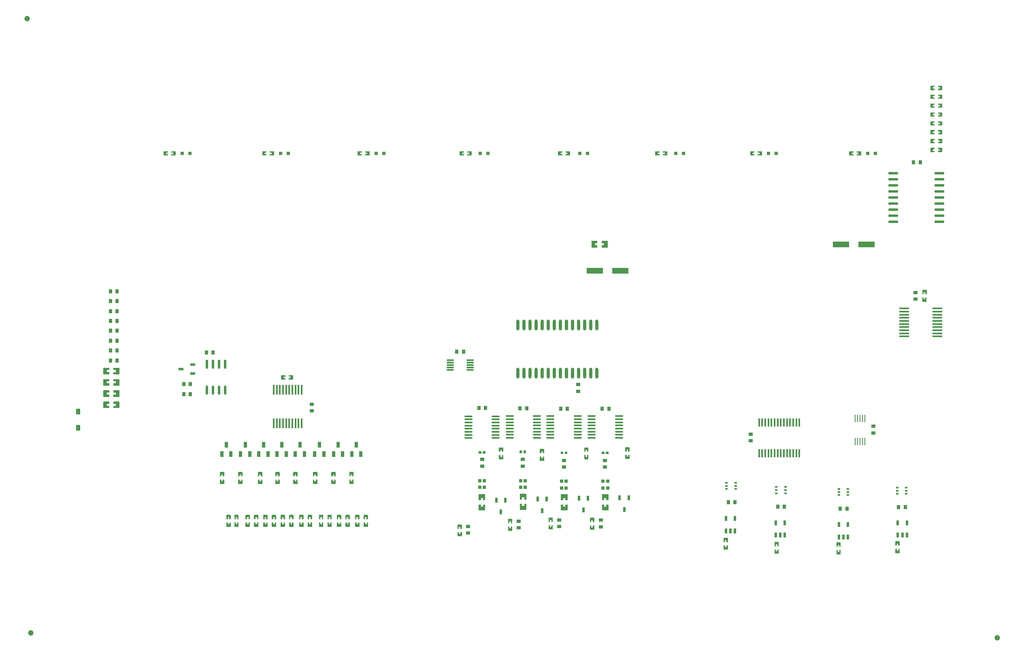
<source format=gtp>
G04 Layer: TopPasteMaskLayer*
G04 EasyEDA Pro v2.2.40.8, 2025-09-09 13:59:53*
G04 Gerber Generator version 0.3*
G04 Scale: 100 percent, Rotated: No, Reflected: No*
G04 Dimensions in millimeters*
G04 Leading zeros omitted, absolute positions, 4 integers and 5 decimals*
G04 Generated by one-click*
%FSLAX45Y45*%
%MOMM*%
%ADD10R,0.8X0.9*%
%ADD11R,1.07X0.6*%
%ADD12R,3.49999X1.2*%
%ADD13R,0.8X0.8*%
%ADD14O,2.08201X0.36401*%
%ADD15O,2.1X0.55999*%
%ADD16R,0.9X0.8*%
%ADD17R,0.7X1.25001*%
%ADD18O,0.3616X2.08201*%
%ADD19O,0.36401X2.08201*%
%ADD20O,0.4064X1.8034*%
%ADD21R,0.295X1.5*%
%ADD22O,1.62001X0.28001*%
%ADD23O,1.73149X0.343*%
%ADD24O,0.6X2.3*%
%ADD25R,0.64X0.7*%
%ADD26R,0.6X1.1*%
%ADD27R,0.6X0.41999*%
%ADD28R,0.95001X1.2*%
%ADD29O,0.5684X1.95021*%
%ADD30R,0.6X1.07*%
%ADD31C,1.152*%
G75*


G04 PolygonModel Start*
G36*
G01X2835300Y6503827D02*
G01X2835300Y6631825D01*
G01X2840302Y6636826D01*
G01X2955303Y6636826D01*
G01X2960301Y6631825D01*
G01X2960804Y6590822D01*
G01X2915803Y6590822D01*
G01X2915803Y6545823D01*
G01X2959804Y6545823D01*
G01X2960301Y6503827D01*
G01X2955303Y6498825D01*
G01X2840302Y6498825D01*
G01X2835300Y6503827D01*
G37*
G36*
G01X3176295Y6631827D02*
G01X3176295Y6503829D01*
G01X3171294Y6498828D01*
G01X3056293Y6498828D01*
G01X3051294Y6503829D01*
G01X3050791Y6544832D01*
G01X3095793Y6544832D01*
G01X3095793Y6589831D01*
G01X3051792Y6589831D01*
G01X3051294Y6631827D01*
G01X3056293Y6636829D01*
G01X3171294Y6636829D01*
G01X3176295Y6631827D01*
G37*
G36*
G01X2835300Y6268462D02*
G01X2835300Y6396461D01*
G01X2840302Y6401462D01*
G01X2955303Y6401462D01*
G01X2960301Y6396461D01*
G01X2960804Y6355457D01*
G01X2915803Y6355457D01*
G01X2915803Y6310459D01*
G01X2959804Y6310459D01*
G01X2960301Y6268462D01*
G01X2955303Y6263461D01*
G01X2840302Y6263461D01*
G01X2835300Y6268462D01*
G37*
G36*
G01X3176295Y6396463D02*
G01X3176295Y6268465D01*
G01X3171294Y6263464D01*
G01X3056293Y6263464D01*
G01X3051294Y6268465D01*
G01X3050791Y6309468D01*
G01X3095793Y6309468D01*
G01X3095793Y6354467D01*
G01X3051792Y6354467D01*
G01X3051294Y6396463D01*
G01X3056293Y6401464D01*
G01X3171294Y6401464D01*
G01X3176295Y6396463D01*
G37*
G36*
G01X2835300Y6033098D02*
G01X2835300Y6161096D01*
G01X2840302Y6166098D01*
G01X2955303Y6166098D01*
G01X2960301Y6161096D01*
G01X2960804Y6120093D01*
G01X2915803Y6120093D01*
G01X2915803Y6075095D01*
G01X2959804Y6075095D01*
G01X2960301Y6033098D01*
G01X2955303Y6028097D01*
G01X2840302Y6028097D01*
G01X2835300Y6033098D01*
G37*
G36*
G01X3176295Y6161099D02*
G01X3176295Y6033101D01*
G01X3171294Y6028099D01*
G01X3056293Y6028099D01*
G01X3051294Y6033101D01*
G01X3050791Y6074104D01*
G01X3095793Y6074104D01*
G01X3095793Y6119103D01*
G01X3051792Y6119103D01*
G01X3051294Y6161099D01*
G01X3056293Y6166100D01*
G01X3171294Y6166100D01*
G01X3176295Y6161099D01*
G37*
G36*
G01X2835300Y5797734D02*
G01X2835300Y5925732D01*
G01X2840302Y5930733D01*
G01X2955303Y5930733D01*
G01X2960301Y5925732D01*
G01X2960804Y5884729D01*
G01X2915803Y5884729D01*
G01X2915803Y5839730D01*
G01X2959804Y5839730D01*
G01X2960301Y5797734D01*
G01X2955303Y5792733D01*
G01X2840302Y5792733D01*
G01X2835300Y5797734D01*
G37*
G36*
G01X3176295Y5925735D02*
G01X3176295Y5797736D01*
G01X3171294Y5792735D01*
G01X3056293Y5792735D01*
G01X3051294Y5797736D01*
G01X3050791Y5838740D01*
G01X3095793Y5838740D01*
G01X3095793Y5883738D01*
G01X3051792Y5883738D01*
G01X3051294Y5925735D01*
G01X3056293Y5930736D01*
G01X3171294Y5930736D01*
G01X3176295Y5925735D01*
G37*
G36*
G01X20136998Y11148479D02*
G01X20216998Y11148479D01*
G01X20221999Y11153480D01*
G01X20221999Y11176277D01*
G01X20184999Y11176277D01*
G01X20184999Y11209277D01*
G01X20221999Y11209277D01*
G01X20221999Y11233480D01*
G01X20216998Y11238479D01*
G01X20136998Y11238479D01*
G01X20131999Y11233480D01*
G01X20131999Y11153480D01*
G01X20136998Y11148479D01*
G37*
G36*
G01X20376002Y11238476D02*
G01X20296002Y11238476D01*
G01X20291001Y11233475D01*
G01X20291001Y11210679D01*
G01X20328001Y11210679D01*
G01X20328001Y11177679D01*
G01X20291001Y11177679D01*
G01X20291001Y11153475D01*
G01X20296002Y11148477D01*
G01X20376002Y11148477D01*
G01X20381001Y11153475D01*
G01X20381001Y11233475D01*
G01X20376002Y11238476D01*
G37*
G36*
G01X20136998Y11333852D02*
G01X20216998Y11333852D01*
G01X20221999Y11338853D01*
G01X20221999Y11361650D01*
G01X20184999Y11361650D01*
G01X20184999Y11394649D01*
G01X20221999Y11394649D01*
G01X20221999Y11418853D01*
G01X20216998Y11423852D01*
G01X20136998Y11423852D01*
G01X20131999Y11418853D01*
G01X20131999Y11338853D01*
G01X20136998Y11333852D01*
G37*
G36*
G01X20376002Y11423849D02*
G01X20296002Y11423849D01*
G01X20291001Y11418848D01*
G01X20291001Y11396051D01*
G01X20328001Y11396051D01*
G01X20328001Y11363052D01*
G01X20291001Y11363052D01*
G01X20291001Y11338848D01*
G01X20296002Y11333849D01*
G01X20376002Y11333849D01*
G01X20381001Y11338848D01*
G01X20381001Y11418848D01*
G01X20376002Y11423849D01*
G37*
G36*
G01X20136998Y11519224D02*
G01X20216998Y11519224D01*
G01X20221999Y11524226D01*
G01X20221999Y11547022D01*
G01X20184999Y11547022D01*
G01X20184999Y11580022D01*
G01X20221999Y11580022D01*
G01X20221999Y11604225D01*
G01X20216998Y11609224D01*
G01X20136998Y11609224D01*
G01X20131999Y11604225D01*
G01X20131999Y11524226D01*
G01X20136998Y11519224D01*
G37*
G36*
G01X20376002Y11609222D02*
G01X20296002Y11609222D01*
G01X20291001Y11604220D01*
G01X20291001Y11581424D01*
G01X20328001Y11581424D01*
G01X20328001Y11548424D01*
G01X20291001Y11548424D01*
G01X20291001Y11524221D01*
G01X20296002Y11519222D01*
G01X20376002Y11519222D01*
G01X20381001Y11524221D01*
G01X20381001Y11604220D01*
G01X20376002Y11609222D01*
G37*
G36*
G01X20136998Y11704597D02*
G01X20216998Y11704597D01*
G01X20221999Y11709598D01*
G01X20221999Y11732395D01*
G01X20184999Y11732395D01*
G01X20184999Y11765395D01*
G01X20221999Y11765395D01*
G01X20221999Y11789598D01*
G01X20216998Y11794597D01*
G01X20136998Y11794597D01*
G01X20131999Y11789598D01*
G01X20131999Y11709598D01*
G01X20136998Y11704597D01*
G37*
G36*
G01X20376002Y11794594D02*
G01X20296002Y11794594D01*
G01X20291001Y11789593D01*
G01X20291001Y11766797D01*
G01X20328001Y11766797D01*
G01X20328001Y11733797D01*
G01X20291001Y11733797D01*
G01X20291001Y11709593D01*
G01X20296002Y11704595D01*
G01X20376002Y11704595D01*
G01X20381001Y11709593D01*
G01X20381001Y11789593D01*
G01X20376002Y11794594D01*
G37*
G36*
G01X20136998Y11889970D02*
G01X20216998Y11889970D01*
G01X20221999Y11894971D01*
G01X20221999Y11917767D01*
G01X20184999Y11917767D01*
G01X20184999Y11950767D01*
G01X20221999Y11950767D01*
G01X20221999Y11974971D01*
G01X20216998Y11979969D01*
G01X20136998Y11979969D01*
G01X20131999Y11974971D01*
G01X20131999Y11894971D01*
G01X20136998Y11889970D01*
G37*
G36*
G01X20376002Y11979967D02*
G01X20296002Y11979967D01*
G01X20291001Y11974966D01*
G01X20291001Y11952169D01*
G01X20328001Y11952169D01*
G01X20328001Y11919169D01*
G01X20291001Y11919169D01*
G01X20291001Y11894966D01*
G01X20296002Y11889967D01*
G01X20376002Y11889967D01*
G01X20381001Y11894966D01*
G01X20381001Y11974966D01*
G01X20376002Y11979967D01*
G37*
G36*
G01X20136998Y12075342D02*
G01X20216998Y12075342D01*
G01X20221999Y12080344D01*
G01X20221999Y12103140D01*
G01X20184999Y12103140D01*
G01X20184999Y12136140D01*
G01X20221999Y12136140D01*
G01X20221999Y12160343D01*
G01X20216998Y12165342D01*
G01X20136998Y12165342D01*
G01X20131999Y12160343D01*
G01X20131999Y12080344D01*
G01X20136998Y12075342D01*
G37*
G36*
G01X20376002Y12165340D02*
G01X20296002Y12165340D01*
G01X20291001Y12160338D01*
G01X20291001Y12137542D01*
G01X20328001Y12137542D01*
G01X20328001Y12104542D01*
G01X20291001Y12104542D01*
G01X20291001Y12080339D01*
G01X20296002Y12075340D01*
G01X20376002Y12075340D01*
G01X20381001Y12080339D01*
G01X20381001Y12160338D01*
G01X20376002Y12165340D01*
G37*
G36*
G01X20136998Y12260715D02*
G01X20216998Y12260715D01*
G01X20221999Y12265716D01*
G01X20221999Y12288513D01*
G01X20184999Y12288513D01*
G01X20184999Y12321512D01*
G01X20221999Y12321512D01*
G01X20221999Y12345716D01*
G01X20216998Y12350715D01*
G01X20136998Y12350715D01*
G01X20131999Y12345716D01*
G01X20131999Y12265716D01*
G01X20136998Y12260715D01*
G37*
G36*
G01X20376002Y12350712D02*
G01X20296002Y12350712D01*
G01X20291001Y12345711D01*
G01X20291001Y12322914D01*
G01X20328001Y12322914D01*
G01X20328001Y12289915D01*
G01X20291001Y12289915D01*
G01X20291001Y12265711D01*
G01X20296002Y12260712D01*
G01X20376002Y12260712D01*
G01X20381001Y12265711D01*
G01X20381001Y12345711D01*
G01X20376002Y12350712D01*
G37*
G36*
G01X20136998Y12446088D02*
G01X20216998Y12446088D01*
G01X20221999Y12451089D01*
G01X20221999Y12473885D01*
G01X20184999Y12473885D01*
G01X20184999Y12506885D01*
G01X20221999Y12506885D01*
G01X20221999Y12531089D01*
G01X20216998Y12536087D01*
G01X20136998Y12536087D01*
G01X20131999Y12531089D01*
G01X20131999Y12451089D01*
G01X20136998Y12446088D01*
G37*
G36*
G01X20376002Y12536085D02*
G01X20296002Y12536085D01*
G01X20291001Y12531084D01*
G01X20291001Y12508287D01*
G01X20328001Y12508287D01*
G01X20328001Y12475287D01*
G01X20291001Y12475287D01*
G01X20291001Y12451084D01*
G01X20296002Y12446085D01*
G01X20376002Y12446085D01*
G01X20381001Y12451084D01*
G01X20381001Y12531084D01*
G01X20376002Y12536085D01*
G37*
G36*
G01X4344584Y11166695D02*
G01X4264584Y11166695D01*
G01X4259583Y11161693D01*
G01X4259583Y11138897D01*
G01X4296583Y11138897D01*
G01X4296583Y11105897D01*
G01X4259583Y11105897D01*
G01X4259583Y11081694D01*
G01X4264584Y11076695D01*
G01X4344584Y11076695D01*
G01X4349582Y11081694D01*
G01X4349582Y11161693D01*
G01X4344584Y11166695D01*
G37*
G36*
G01X4105580Y11076697D02*
G01X4185580Y11076697D01*
G01X4190581Y11081699D01*
G01X4190581Y11104495D01*
G01X4153581Y11104495D01*
G01X4153581Y11137495D01*
G01X4190581Y11137495D01*
G01X4190581Y11161699D01*
G01X4185580Y11166697D01*
G01X4105580Y11166697D01*
G01X4100581Y11161699D01*
G01X4100581Y11081699D01*
G01X4105580Y11076697D01*
G37*
G36*
G01X6403508Y11166695D02*
G01X6323508Y11166695D01*
G01X6318507Y11161693D01*
G01X6318507Y11138897D01*
G01X6355507Y11138897D01*
G01X6355507Y11105897D01*
G01X6318507Y11105897D01*
G01X6318507Y11081694D01*
G01X6323508Y11076695D01*
G01X6403508Y11076695D01*
G01X6408506Y11081694D01*
G01X6408506Y11161693D01*
G01X6403508Y11166695D01*
G37*
G36*
G01X6164504Y11076697D02*
G01X6244504Y11076697D01*
G01X6249505Y11081699D01*
G01X6249505Y11104495D01*
G01X6212505Y11104495D01*
G01X6212505Y11137495D01*
G01X6249505Y11137495D01*
G01X6249505Y11161699D01*
G01X6244504Y11166697D01*
G01X6164504Y11166697D01*
G01X6159505Y11161699D01*
G01X6159505Y11081699D01*
G01X6164504Y11076697D01*
G37*
G36*
G01X8398932Y11166695D02*
G01X8318932Y11166695D01*
G01X8313931Y11161693D01*
G01X8313931Y11138897D01*
G01X8350931Y11138897D01*
G01X8350931Y11105897D01*
G01X8313931Y11105897D01*
G01X8313931Y11081694D01*
G01X8318932Y11076695D01*
G01X8398932Y11076695D01*
G01X8403930Y11081694D01*
G01X8403930Y11161693D01*
G01X8398932Y11166695D01*
G37*
G36*
G01X8159928Y11076697D02*
G01X8239928Y11076697D01*
G01X8244929Y11081699D01*
G01X8244929Y11104495D01*
G01X8207929Y11104495D01*
G01X8207929Y11137495D01*
G01X8244929Y11137495D01*
G01X8244929Y11161699D01*
G01X8239928Y11166697D01*
G01X8159928Y11166697D01*
G01X8154929Y11161699D01*
G01X8154929Y11081699D01*
G01X8159928Y11076697D01*
G37*
G36*
G01X10534056Y11166695D02*
G01X10454056Y11166695D01*
G01X10449055Y11161693D01*
G01X10449055Y11138897D01*
G01X10486055Y11138897D01*
G01X10486055Y11105897D01*
G01X10449055Y11105897D01*
G01X10449055Y11081694D01*
G01X10454056Y11076695D01*
G01X10534056Y11076695D01*
G01X10539054Y11081694D01*
G01X10539054Y11161693D01*
G01X10534056Y11166695D01*
G37*
G36*
G01X10295052Y11076697D02*
G01X10375052Y11076697D01*
G01X10380053Y11081699D01*
G01X10380053Y11104495D01*
G01X10343053Y11104495D01*
G01X10343053Y11137495D01*
G01X10380053Y11137495D01*
G01X10380053Y11161699D01*
G01X10375052Y11166697D01*
G01X10295052Y11166697D01*
G01X10290053Y11161699D01*
G01X10290053Y11081699D01*
G01X10295052Y11076697D01*
G37*
G36*
G01X12590699Y11166695D02*
G01X12510699Y11166695D01*
G01X12505698Y11161693D01*
G01X12505698Y11138897D01*
G01X12542698Y11138897D01*
G01X12542698Y11105897D01*
G01X12505698Y11105897D01*
G01X12505698Y11081694D01*
G01X12510699Y11076695D01*
G01X12590699Y11076695D01*
G01X12595697Y11081694D01*
G01X12595697Y11161693D01*
G01X12590699Y11166695D01*
G37*
G36*
G01X12351695Y11076697D02*
G01X12431695Y11076697D01*
G01X12436696Y11081699D01*
G01X12436696Y11104495D01*
G01X12399696Y11104495D01*
G01X12399696Y11137495D01*
G01X12436696Y11137495D01*
G01X12436696Y11161699D01*
G01X12431695Y11166697D01*
G01X12351695Y11166697D01*
G01X12346696Y11161699D01*
G01X12346696Y11081699D01*
G01X12351695Y11076697D01*
G37*
G36*
G01X14624223Y11166695D02*
G01X14544223Y11166695D01*
G01X14539222Y11161693D01*
G01X14539222Y11138897D01*
G01X14576222Y11138897D01*
G01X14576222Y11105897D01*
G01X14539222Y11105897D01*
G01X14539222Y11081694D01*
G01X14544223Y11076695D01*
G01X14624223Y11076695D01*
G01X14629221Y11081694D01*
G01X14629221Y11161693D01*
G01X14624223Y11166695D01*
G37*
G36*
G01X14385219Y11076697D02*
G01X14465219Y11076697D01*
G01X14470220Y11081699D01*
G01X14470220Y11104495D01*
G01X14433220Y11104495D01*
G01X14433220Y11137495D01*
G01X14470220Y11137495D01*
G01X14470220Y11161699D01*
G01X14465219Y11166697D01*
G01X14385219Y11166697D01*
G01X14380220Y11161699D01*
G01X14380220Y11081699D01*
G01X14385219Y11076697D01*
G37*
G36*
G01X16606947Y11166695D02*
G01X16526947Y11166695D01*
G01X16521946Y11161693D01*
G01X16521946Y11138897D01*
G01X16558946Y11138897D01*
G01X16558946Y11105897D01*
G01X16521946Y11105897D01*
G01X16521946Y11081694D01*
G01X16526947Y11076695D01*
G01X16606947Y11076695D01*
G01X16611945Y11081694D01*
G01X16611945Y11161693D01*
G01X16606947Y11166695D01*
G37*
G36*
G01X16367943Y11076697D02*
G01X16447943Y11076697D01*
G01X16452944Y11081699D01*
G01X16452944Y11104495D01*
G01X16415944Y11104495D01*
G01X16415944Y11137495D01*
G01X16452944Y11137495D01*
G01X16452944Y11161699D01*
G01X16447943Y11166697D01*
G01X16367943Y11166697D01*
G01X16362944Y11161699D01*
G01X16362944Y11081699D01*
G01X16367943Y11076697D01*
G37*
G36*
G01X18678571Y11166695D02*
G01X18598571Y11166695D01*
G01X18593570Y11161693D01*
G01X18593570Y11138897D01*
G01X18630570Y11138897D01*
G01X18630570Y11105897D01*
G01X18593570Y11105897D01*
G01X18593570Y11081694D01*
G01X18598571Y11076695D01*
G01X18678571Y11076695D01*
G01X18683569Y11081694D01*
G01X18683569Y11161693D01*
G01X18678571Y11166695D01*
G37*
G36*
G01X18439567Y11076697D02*
G01X18519567Y11076697D01*
G01X18524568Y11081699D01*
G01X18524568Y11104495D01*
G01X18487568Y11104495D01*
G01X18487568Y11137495D01*
G01X18524568Y11137495D01*
G01X18524568Y11161699D01*
G01X18519567Y11166697D01*
G01X18439567Y11166697D01*
G01X18434568Y11161699D01*
G01X18434568Y11081699D01*
G01X18439567Y11076697D01*
G37*
G36*
G01X20052974Y8022773D02*
G01X20052974Y8102773D01*
G01X20047972Y8107774D01*
G01X20025176Y8107774D01*
G01X20025176Y8070774D01*
G01X19992176Y8070774D01*
G01X19992176Y8107774D01*
G01X19967973Y8107774D01*
G01X19962974Y8102773D01*
G01X19962974Y8022773D01*
G01X19967973Y8017774D01*
G01X20047972Y8017774D01*
G01X20052974Y8022773D01*
G37*
G36*
G01X19962976Y8261777D02*
G01X19962976Y8181777D01*
G01X19967978Y8176776D01*
G01X19990774Y8176776D01*
G01X19990774Y8213776D01*
G01X20023774Y8213776D01*
G01X20023774Y8176776D01*
G01X20047977Y8176776D01*
G01X20052976Y8181777D01*
G01X20052976Y8261777D01*
G01X20047977Y8266775D01*
G01X19967978Y8266775D01*
G01X19962976Y8261777D01*
G37*
G36*
G01X6560616Y6390394D02*
G01X6640615Y6390394D01*
G01X6645617Y6395395D01*
G01X6645617Y6418191D01*
G01X6608616Y6418191D01*
G01X6608616Y6451191D01*
G01X6645617Y6451191D01*
G01X6645617Y6475395D01*
G01X6640615Y6480393D01*
G01X6560616Y6480393D01*
G01X6555617Y6475395D01*
G01X6555617Y6395395D01*
G01X6560616Y6390394D01*
G37*
G36*
G01X6799619Y6480391D02*
G01X6719620Y6480391D01*
G01X6714618Y6475390D01*
G01X6714618Y6452593D01*
G01X6751618Y6452593D01*
G01X6751618Y6419593D01*
G01X6714618Y6419593D01*
G01X6714618Y6395390D01*
G01X6719620Y6390391D01*
G01X6799619Y6390391D01*
G01X6804618Y6395390D01*
G01X6804618Y6475390D01*
G01X6799619Y6480391D01*
G37*
G36*
G01X5577098Y3554696D02*
G01X5577098Y3474696D01*
G01X5582100Y3469695D01*
G01X5604896Y3469695D01*
G01X5604896Y3506695D01*
G01X5637896Y3506695D01*
G01X5637896Y3469695D01*
G01X5662099Y3469695D01*
G01X5667098Y3474696D01*
G01X5667098Y3554696D01*
G01X5662099Y3559694D01*
G01X5582100Y3559694D01*
G01X5577098Y3554696D01*
G37*
G36*
G01X5667096Y3315692D02*
G01X5667096Y3395692D01*
G01X5662094Y3400693D01*
G01X5639298Y3400693D01*
G01X5639298Y3363693D01*
G01X5606298Y3363693D01*
G01X5606298Y3400693D01*
G01X5582095Y3400693D01*
G01X5577096Y3395692D01*
G01X5577096Y3315692D01*
G01X5582095Y3310693D01*
G01X5662094Y3310693D01*
G01X5667096Y3315692D01*
G37*
G36*
G01X5411998Y3554696D02*
G01X5411998Y3474696D01*
G01X5417000Y3469695D01*
G01X5439796Y3469695D01*
G01X5439796Y3506695D01*
G01X5472796Y3506695D01*
G01X5472796Y3469695D01*
G01X5496999Y3469695D01*
G01X5501998Y3474696D01*
G01X5501998Y3554696D01*
G01X5496999Y3559694D01*
G01X5417000Y3559694D01*
G01X5411998Y3554696D01*
G37*
G36*
G01X5501996Y3315692D02*
G01X5501996Y3395692D01*
G01X5496994Y3400693D01*
G01X5474198Y3400693D01*
G01X5474198Y3363693D01*
G01X5441198Y3363693D01*
G01X5441198Y3400693D01*
G01X5416995Y3400693D01*
G01X5411996Y3395692D01*
G01X5411996Y3315692D01*
G01X5416995Y3310693D01*
G01X5496994Y3310693D01*
G01X5501996Y3315692D01*
G37*
G36*
G01X5989782Y3554696D02*
G01X5989782Y3474696D01*
G01X5994784Y3469695D01*
G01X6017580Y3469695D01*
G01X6017580Y3506695D01*
G01X6050580Y3506695D01*
G01X6050580Y3469695D01*
G01X6074783Y3469695D01*
G01X6079782Y3474696D01*
G01X6079782Y3554696D01*
G01X6074783Y3559694D01*
G01X5994784Y3559694D01*
G01X5989782Y3554696D01*
G37*
G36*
G01X6079780Y3315692D02*
G01X6079780Y3395692D01*
G01X6074778Y3400693D01*
G01X6051982Y3400693D01*
G01X6051982Y3363693D01*
G01X6018982Y3363693D01*
G01X6018982Y3400693D01*
G01X5994778Y3400693D01*
G01X5989780Y3395692D01*
G01X5989780Y3315692D01*
G01X5994778Y3310693D01*
G01X6074778Y3310693D01*
G01X6079780Y3315692D01*
G37*
G36*
G01X5811982Y3554696D02*
G01X5811982Y3474696D01*
G01X5816984Y3469695D01*
G01X5839780Y3469695D01*
G01X5839780Y3506695D01*
G01X5872780Y3506695D01*
G01X5872780Y3469695D01*
G01X5896983Y3469695D01*
G01X5901982Y3474696D01*
G01X5901982Y3554696D01*
G01X5896983Y3559694D01*
G01X5816984Y3559694D01*
G01X5811982Y3554696D01*
G37*
G36*
G01X5901980Y3315692D02*
G01X5901980Y3395692D01*
G01X5896978Y3400693D01*
G01X5874182Y3400693D01*
G01X5874182Y3363693D01*
G01X5841182Y3363693D01*
G01X5841182Y3400693D01*
G01X5816978Y3400693D01*
G01X5811980Y3395692D01*
G01X5811980Y3315692D01*
G01X5816978Y3310693D01*
G01X5896978Y3310693D01*
G01X5901980Y3315692D01*
G37*
G36*
G01X6360651Y3554696D02*
G01X6360651Y3474696D01*
G01X6365653Y3469695D01*
G01X6388449Y3469695D01*
G01X6388449Y3506695D01*
G01X6421449Y3506695D01*
G01X6421449Y3469695D01*
G01X6445653Y3469695D01*
G01X6450651Y3474696D01*
G01X6450651Y3554696D01*
G01X6445653Y3559694D01*
G01X6365653Y3559694D01*
G01X6360651Y3554696D01*
G37*
G36*
G01X6450649Y3315692D02*
G01X6450649Y3395692D01*
G01X6445648Y3400693D01*
G01X6422851Y3400693D01*
G01X6422851Y3363693D01*
G01X6389851Y3363693D01*
G01X6389851Y3400693D01*
G01X6365648Y3400693D01*
G01X6360649Y3395692D01*
G01X6360649Y3315692D01*
G01X6365648Y3310693D01*
G01X6445648Y3310693D01*
G01X6450649Y3315692D01*
G37*
G36*
G01X6182851Y3554696D02*
G01X6182851Y3474696D01*
G01X6187853Y3469695D01*
G01X6210649Y3469695D01*
G01X6210649Y3506695D01*
G01X6243649Y3506695D01*
G01X6243649Y3469695D01*
G01X6267853Y3469695D01*
G01X6272851Y3474696D01*
G01X6272851Y3554696D01*
G01X6267853Y3559694D01*
G01X6187853Y3559694D01*
G01X6182851Y3554696D01*
G37*
G36*
G01X6272849Y3315692D02*
G01X6272849Y3395692D01*
G01X6267848Y3400693D01*
G01X6245051Y3400693D01*
G01X6245051Y3363693D01*
G01X6212051Y3363693D01*
G01X6212051Y3400693D01*
G01X6187848Y3400693D01*
G01X6182849Y3395692D01*
G01X6182849Y3315692D01*
G01X6187848Y3310693D01*
G01X6267848Y3310693D01*
G01X6272849Y3315692D01*
G37*
G36*
G01X6722668Y3554696D02*
G01X6722668Y3474696D01*
G01X6727669Y3469695D01*
G01X6750465Y3469695D01*
G01X6750465Y3506695D01*
G01X6783465Y3506695D01*
G01X6783465Y3469695D01*
G01X6807669Y3469695D01*
G01X6812667Y3474696D01*
G01X6812667Y3554696D01*
G01X6807669Y3559694D01*
G01X6727669Y3559694D01*
G01X6722668Y3554696D01*
G37*
G36*
G01X6812665Y3315692D02*
G01X6812665Y3395692D01*
G01X6807664Y3400693D01*
G01X6784867Y3400693D01*
G01X6784867Y3363693D01*
G01X6751867Y3363693D01*
G01X6751867Y3400693D01*
G01X6727664Y3400693D01*
G01X6722665Y3395692D01*
G01X6722665Y3315692D01*
G01X6727664Y3310693D01*
G01X6807664Y3310693D01*
G01X6812665Y3315692D01*
G37*
G36*
G01X6546301Y3554696D02*
G01X6546301Y3474696D01*
G01X6551303Y3469695D01*
G01X6574099Y3469695D01*
G01X6574099Y3506695D01*
G01X6607099Y3506695D01*
G01X6607099Y3469695D01*
G01X6631302Y3469695D01*
G01X6636301Y3474696D01*
G01X6636301Y3554696D01*
G01X6631302Y3559694D01*
G01X6551303Y3559694D01*
G01X6546301Y3554696D01*
G37*
G36*
G01X6636299Y3315692D02*
G01X6636299Y3395692D01*
G01X6631297Y3400693D01*
G01X6608501Y3400693D01*
G01X6608501Y3363693D01*
G01X6575501Y3363693D01*
G01X6575501Y3400693D01*
G01X6551298Y3400693D01*
G01X6546299Y3395692D01*
G01X6546299Y3315692D01*
G01X6551298Y3310693D01*
G01X6631297Y3310693D01*
G01X6636299Y3315692D01*
G37*
G36*
G01X7110590Y3554696D02*
G01X7110590Y3474696D01*
G01X7115592Y3469695D01*
G01X7138388Y3469695D01*
G01X7138388Y3506695D01*
G01X7171388Y3506695D01*
G01X7171388Y3469695D01*
G01X7195591Y3469695D01*
G01X7200590Y3474696D01*
G01X7200590Y3554696D01*
G01X7195591Y3559694D01*
G01X7115592Y3559694D01*
G01X7110590Y3554696D01*
G37*
G36*
G01X7200588Y3315692D02*
G01X7200588Y3395692D01*
G01X7195586Y3400693D01*
G01X7172790Y3400693D01*
G01X7172790Y3363693D01*
G01X7139790Y3363693D01*
G01X7139790Y3400693D01*
G01X7115586Y3400693D01*
G01X7110588Y3395692D01*
G01X7110588Y3315692D01*
G01X7115586Y3310693D01*
G01X7195586Y3310693D01*
G01X7200588Y3315692D01*
G37*
G36*
G01X6932790Y3554696D02*
G01X6932790Y3474696D01*
G01X6937792Y3469695D01*
G01X6960588Y3469695D01*
G01X6960588Y3506695D01*
G01X6993588Y3506695D01*
G01X6993588Y3469695D01*
G01X7017791Y3469695D01*
G01X7022790Y3474696D01*
G01X7022790Y3554696D01*
G01X7017791Y3559694D01*
G01X6937792Y3559694D01*
G01X6932790Y3554696D01*
G37*
G36*
G01X7022788Y3315692D02*
G01X7022788Y3395692D01*
G01X7017786Y3400693D01*
G01X6994990Y3400693D01*
G01X6994990Y3363693D01*
G01X6961990Y3363693D01*
G01X6961990Y3400693D01*
G01X6937786Y3400693D01*
G01X6932788Y3395692D01*
G01X6932788Y3315692D01*
G01X6937786Y3310693D01*
G01X7017786Y3310693D01*
G01X7022788Y3315692D01*
G37*
G36*
G01X7522764Y3554696D02*
G01X7522764Y3474696D01*
G01X7527765Y3469695D01*
G01X7550561Y3469695D01*
G01X7550561Y3506695D01*
G01X7583561Y3506695D01*
G01X7583561Y3469695D01*
G01X7607765Y3469695D01*
G01X7612764Y3474696D01*
G01X7612764Y3554696D01*
G01X7607765Y3559694D01*
G01X7527765Y3559694D01*
G01X7522764Y3554696D01*
G37*
G36*
G01X7612761Y3315692D02*
G01X7612761Y3395692D01*
G01X7607760Y3400693D01*
G01X7584963Y3400693D01*
G01X7584963Y3363693D01*
G01X7551964Y3363693D01*
G01X7551964Y3400693D01*
G01X7527760Y3400693D01*
G01X7522761Y3395692D01*
G01X7522761Y3315692D01*
G01X7527760Y3310693D01*
G01X7607760Y3310693D01*
G01X7612761Y3315692D01*
G37*
G36*
G01X7344964Y3554696D02*
G01X7344964Y3474696D01*
G01X7349965Y3469695D01*
G01X7372761Y3469695D01*
G01X7372761Y3506695D01*
G01X7405761Y3506695D01*
G01X7405761Y3469695D01*
G01X7429965Y3469695D01*
G01X7434964Y3474696D01*
G01X7434964Y3554696D01*
G01X7429965Y3559694D01*
G01X7349965Y3559694D01*
G01X7344964Y3554696D01*
G37*
G36*
G01X7434961Y3315692D02*
G01X7434961Y3395692D01*
G01X7429960Y3400693D01*
G01X7407163Y3400693D01*
G01X7407163Y3363693D01*
G01X7374164Y3363693D01*
G01X7374164Y3400693D01*
G01X7349960Y3400693D01*
G01X7344961Y3395692D01*
G01X7344961Y3315692D01*
G01X7349960Y3310693D01*
G01X7429960Y3310693D01*
G01X7434961Y3315692D01*
G37*
G36*
G01X7900227Y3554696D02*
G01X7900227Y3474696D01*
G01X7905228Y3469695D01*
G01X7928025Y3469695D01*
G01X7928025Y3506695D01*
G01X7961024Y3506695D01*
G01X7961024Y3469695D01*
G01X7985228Y3469695D01*
G01X7990227Y3474696D01*
G01X7990227Y3554696D01*
G01X7985228Y3559694D01*
G01X7905228Y3559694D01*
G01X7900227Y3554696D01*
G37*
G36*
G01X7990224Y3315692D02*
G01X7990224Y3395692D01*
G01X7985223Y3400693D01*
G01X7962426Y3400693D01*
G01X7962426Y3363693D01*
G01X7929427Y3363693D01*
G01X7929427Y3400693D01*
G01X7905223Y3400693D01*
G01X7900224Y3395692D01*
G01X7900224Y3315692D01*
G01X7905223Y3310693D01*
G01X7985223Y3310693D01*
G01X7990224Y3315692D01*
G37*
G36*
G01X7722960Y3554696D02*
G01X7722960Y3474696D01*
G01X7727961Y3469695D01*
G01X7750758Y3469695D01*
G01X7750758Y3506695D01*
G01X7783758Y3506695D01*
G01X7783758Y3469695D01*
G01X7807961Y3469695D01*
G01X7812960Y3474696D01*
G01X7812960Y3554696D01*
G01X7807961Y3559694D01*
G01X7727961Y3559694D01*
G01X7722960Y3554696D01*
G37*
G36*
G01X7812957Y3315692D02*
G01X7812957Y3395692D01*
G01X7807956Y3400693D01*
G01X7785160Y3400693D01*
G01X7785160Y3363693D01*
G01X7752160Y3363693D01*
G01X7752160Y3400693D01*
G01X7727956Y3400693D01*
G01X7722958Y3395692D01*
G01X7722958Y3315692D01*
G01X7727956Y3310693D01*
G01X7807956Y3310693D01*
G01X7812957Y3315692D01*
G37*
G36*
G01X8281560Y3554696D02*
G01X8281560Y3474696D01*
G01X8286561Y3469695D01*
G01X8309357Y3469695D01*
G01X8309357Y3506695D01*
G01X8342357Y3506695D01*
G01X8342357Y3469695D01*
G01X8366561Y3469695D01*
G01X8371559Y3474696D01*
G01X8371559Y3554696D01*
G01X8366561Y3559694D01*
G01X8286561Y3559694D01*
G01X8281560Y3554696D01*
G37*
G36*
G01X8371557Y3315692D02*
G01X8371557Y3395692D01*
G01X8366556Y3400693D01*
G01X8343759Y3400693D01*
G01X8343759Y3363693D01*
G01X8310759Y3363693D01*
G01X8310759Y3400693D01*
G01X8286556Y3400693D01*
G01X8281557Y3395692D01*
G01X8281557Y3315692D01*
G01X8286556Y3310693D01*
G01X8366556Y3310693D01*
G01X8371557Y3315692D01*
G37*
G36*
G01X8103760Y3554696D02*
G01X8103760Y3474696D01*
G01X8108761Y3469695D01*
G01X8131557Y3469695D01*
G01X8131557Y3506695D01*
G01X8164557Y3506695D01*
G01X8164557Y3469695D01*
G01X8188761Y3469695D01*
G01X8193759Y3474696D01*
G01X8193759Y3554696D01*
G01X8188761Y3559694D01*
G01X8108761Y3559694D01*
G01X8103760Y3554696D01*
G37*
G36*
G01X8193757Y3315692D02*
G01X8193757Y3395692D01*
G01X8188756Y3400693D01*
G01X8165959Y3400693D01*
G01X8165959Y3363693D01*
G01X8132959Y3363693D01*
G01X8132959Y3400693D01*
G01X8108756Y3400693D01*
G01X8103757Y3395692D01*
G01X8103757Y3315692D01*
G01X8108756Y3310693D01*
G01X8188756Y3310693D01*
G01X8193757Y3315692D01*
G37*
G36*
G01X18256799Y2737998D02*
G01X18256799Y2817998D01*
G01X18251797Y2822999D01*
G01X18229001Y2822999D01*
G01X18229001Y2785999D01*
G01X18196001Y2785999D01*
G01X18196001Y2822999D01*
G01X18171798Y2822999D01*
G01X18166799Y2817998D01*
G01X18166799Y2737998D01*
G01X18171798Y2732999D01*
G01X18251797Y2732999D01*
G01X18256799Y2737998D01*
G37*
G36*
G01X18166801Y2977002D02*
G01X18166801Y2897002D01*
G01X18171803Y2892001D01*
G01X18194599Y2892001D01*
G01X18194599Y2929001D01*
G01X18227599Y2929001D01*
G01X18227599Y2892001D01*
G01X18251802Y2892001D01*
G01X18256801Y2897002D01*
G01X18256801Y2977002D01*
G01X18251802Y2982001D01*
G01X18171803Y2982001D01*
G01X18166801Y2977002D01*
G37*
G36*
G01X19488699Y2763398D02*
G01X19488699Y2843398D01*
G01X19483697Y2848399D01*
G01X19460901Y2848399D01*
G01X19460901Y2811399D01*
G01X19427901Y2811399D01*
G01X19427901Y2848399D01*
G01X19403698Y2848399D01*
G01X19398699Y2843398D01*
G01X19398699Y2763398D01*
G01X19403698Y2758399D01*
G01X19483697Y2758399D01*
G01X19488699Y2763398D01*
G37*
G36*
G01X19398701Y3002402D02*
G01X19398701Y2922402D01*
G01X19403703Y2917401D01*
G01X19426499Y2917401D01*
G01X19426499Y2954401D01*
G01X19459499Y2954401D01*
G01X19459499Y2917401D01*
G01X19483702Y2917401D01*
G01X19488701Y2922402D01*
G01X19488701Y3002402D01*
G01X19483702Y3007401D01*
G01X19403703Y3007401D01*
G01X19398701Y3002402D01*
G37*
G36*
G01X10243875Y3352748D02*
G01X10243875Y3272748D01*
G01X10248876Y3267747D01*
G01X10271673Y3267747D01*
G01X10271673Y3304747D01*
G01X10304672Y3304747D01*
G01X10304672Y3267747D01*
G01X10328876Y3267747D01*
G01X10333875Y3272748D01*
G01X10333875Y3352748D01*
G01X10328876Y3357747D01*
G01X10248876Y3357747D01*
G01X10243875Y3352748D01*
G37*
G36*
G01X10333872Y3113744D02*
G01X10333872Y3193744D01*
G01X10328871Y3198745D01*
G01X10306074Y3198745D01*
G01X10306074Y3161745D01*
G01X10273075Y3161745D01*
G01X10273075Y3198745D01*
G01X10248871Y3198745D01*
G01X10243872Y3193744D01*
G01X10243872Y3113744D01*
G01X10248871Y3108745D01*
G01X10328871Y3108745D01*
G01X10333872Y3113744D01*
G37*
G36*
G01X11299316Y3470632D02*
G01X11299316Y3390632D01*
G01X11304317Y3385631D01*
G01X11327114Y3385631D01*
G01X11327114Y3422631D01*
G01X11360113Y3422631D01*
G01X11360113Y3385631D01*
G01X11384317Y3385631D01*
G01X11389316Y3390632D01*
G01X11389316Y3470632D01*
G01X11384317Y3475631D01*
G01X11304317Y3475631D01*
G01X11299316Y3470632D01*
G37*
G36*
G01X11389313Y3231628D02*
G01X11389313Y3311628D01*
G01X11384312Y3316629D01*
G01X11361516Y3316629D01*
G01X11361516Y3279629D01*
G01X11328516Y3279629D01*
G01X11328516Y3316629D01*
G01X11304312Y3316629D01*
G01X11299313Y3311628D01*
G01X11299313Y3231628D01*
G01X11304312Y3226630D01*
G01X11384312Y3226630D01*
G01X11389313Y3231628D01*
G37*
G36*
G01X12145518Y3497644D02*
G01X12145518Y3417644D01*
G01X12150520Y3412643D01*
G01X12173316Y3412643D01*
G01X12173316Y3449643D01*
G01X12206316Y3449643D01*
G01X12206316Y3412643D01*
G01X12230519Y3412643D01*
G01X12235518Y3417644D01*
G01X12235518Y3497644D01*
G01X12230519Y3502642D01*
G01X12150520Y3502642D01*
G01X12145518Y3497644D01*
G37*
G36*
G01X12235516Y3258640D02*
G01X12235516Y3338640D01*
G01X12230514Y3343641D01*
G01X12207718Y3343641D01*
G01X12207718Y3306641D01*
G01X12174718Y3306641D01*
G01X12174718Y3343641D01*
G01X12150514Y3343641D01*
G01X12145516Y3338640D01*
G01X12145516Y3258640D01*
G01X12150514Y3253641D01*
G01X12230514Y3253641D01*
G01X12235516Y3258640D01*
G37*
G36*
G01X13012375Y3492745D02*
G01X13012375Y3412745D01*
G01X13017377Y3407744D01*
G01X13040173Y3407744D01*
G01X13040173Y3444744D01*
G01X13073173Y3444744D01*
G01X13073173Y3407744D01*
G01X13097376Y3407744D01*
G01X13102375Y3412745D01*
G01X13102375Y3492745D01*
G01X13097376Y3497743D01*
G01X13017377Y3497743D01*
G01X13012375Y3492745D01*
G37*
G36*
G01X13102373Y3253741D02*
G01X13102373Y3333741D01*
G01X13097371Y3338742D01*
G01X13074575Y3338742D01*
G01X13074575Y3301742D01*
G01X13041575Y3301742D01*
G01X13041575Y3338742D01*
G01X13017371Y3338742D01*
G01X13012373Y3333741D01*
G01X13012373Y3253741D01*
G01X13017371Y3248742D01*
G01X13097371Y3248742D01*
G01X13102373Y3253741D01*
G37*
G36*
G01X10819127Y3650517D02*
G01X10691129Y3650517D01*
G01X10686128Y3655518D01*
G01X10686128Y3770520D01*
G01X10691129Y3775518D01*
G01X10732132Y3776021D01*
G01X10732132Y3731020D01*
G01X10777131Y3731020D01*
G01X10777131Y3775020D01*
G01X10819127Y3775518D01*
G01X10824129Y3770520D01*
G01X10824129Y3655518D01*
G01X10819127Y3650517D01*
G37*
G36*
G01X10819127Y3865518D02*
G01X10777131Y3865521D01*
G01X10777131Y3910019D01*
G01X10732132Y3910019D01*
G01X10732132Y3866021D01*
G01X10691129Y3865518D01*
G01X10686128Y3870519D01*
G01X10686128Y3985518D01*
G01X10691129Y3990519D01*
G01X10819127Y3990519D01*
G01X10824129Y3985518D01*
G01X10824129Y3870519D01*
G01X10819127Y3865518D01*
G37*
G36*
G01X10743400Y4887100D02*
G01X10743400Y4841100D01*
G01X10739399Y4837100D01*
G01X10689336Y4837100D01*
G01X10685336Y4841100D01*
G01X10685336Y4887100D01*
G01X10689336Y4891100D01*
G01X10739399Y4891100D01*
G01X10743400Y4887100D01*
G37*
G36*
G01X10770400Y4887100D02*
G01X10770400Y4841100D01*
G01X10774401Y4837100D01*
G01X10824464Y4837100D01*
G01X10828465Y4841100D01*
G01X10828465Y4887100D01*
G01X10824464Y4891100D01*
G01X10774401Y4891100D01*
G01X10770400Y4887100D01*
G37*
G36*
G01X11680276Y3663217D02*
G01X11552278Y3663217D01*
G01X11547277Y3668218D01*
G01X11547277Y3783220D01*
G01X11552278Y3788218D01*
G01X11593281Y3788721D01*
G01X11593281Y3743720D01*
G01X11638280Y3743720D01*
G01X11638280Y3787720D01*
G01X11680276Y3788218D01*
G01X11685278Y3783220D01*
G01X11685278Y3668218D01*
G01X11680276Y3663217D01*
G37*
G36*
G01X11680276Y3878218D02*
G01X11638280Y3878221D01*
G01X11638280Y3922719D01*
G01X11593281Y3922719D01*
G01X11593281Y3878721D01*
G01X11552278Y3878218D01*
G01X11547277Y3883219D01*
G01X11547277Y3998218D01*
G01X11552278Y4003219D01*
G01X11680276Y4003219D01*
G01X11685278Y3998218D01*
G01X11685278Y3883219D01*
G01X11680276Y3878218D01*
G37*
G36*
G01X11594300Y4899800D02*
G01X11594300Y4853800D01*
G01X11590299Y4849800D01*
G01X11540236Y4849800D01*
G01X11536236Y4853800D01*
G01X11536236Y4899800D01*
G01X11540236Y4903800D01*
G01X11590299Y4903800D01*
G01X11594300Y4899800D01*
G37*
G36*
G01X11621300Y4899800D02*
G01X11621300Y4853800D01*
G01X11625301Y4849800D01*
G01X11675364Y4849800D01*
G01X11679365Y4853800D01*
G01X11679365Y4899800D01*
G01X11675364Y4903800D01*
G01X11625301Y4903800D01*
G01X11621300Y4899800D01*
G37*
G36*
G01X12538767Y3650517D02*
G01X12410769Y3650517D01*
G01X12405768Y3655518D01*
G01X12405768Y3770520D01*
G01X12410769Y3775518D01*
G01X12451772Y3776021D01*
G01X12451772Y3731020D01*
G01X12496771Y3731020D01*
G01X12496771Y3775020D01*
G01X12538767Y3775518D01*
G01X12543768Y3770520D01*
G01X12543768Y3655518D01*
G01X12538767Y3650517D01*
G37*
G36*
G01X12538767Y3865518D02*
G01X12496771Y3865521D01*
G01X12496771Y3910019D01*
G01X12451772Y3910019D01*
G01X12451772Y3866021D01*
G01X12410769Y3865518D01*
G01X12405768Y3870519D01*
G01X12405768Y3985518D01*
G01X12410769Y3990519D01*
G01X12538767Y3990519D01*
G01X12543768Y3985518D01*
G01X12543768Y3870519D01*
G01X12538767Y3865518D01*
G37*
G36*
G01X12457187Y4881310D02*
G01X12457187Y4835310D01*
G01X12453187Y4831310D01*
G01X12403124Y4831310D01*
G01X12399123Y4835310D01*
G01X12399123Y4881310D01*
G01X12403124Y4885310D01*
G01X12453187Y4885310D01*
G01X12457187Y4881310D01*
G37*
G36*
G01X12484188Y4881310D02*
G01X12484188Y4835310D01*
G01X12488188Y4831310D01*
G01X12538252Y4831310D01*
G01X12542252Y4835310D01*
G01X12542252Y4881310D01*
G01X12538252Y4885310D01*
G01X12488188Y4885310D01*
G01X12484188Y4881310D01*
G37*
G36*
G01X13397258Y3650517D02*
G01X13269260Y3650517D01*
G01X13264258Y3655518D01*
G01X13264258Y3770520D01*
G01X13269260Y3775518D01*
G01X13310263Y3776021D01*
G01X13310263Y3731020D01*
G01X13355262Y3731020D01*
G01X13355262Y3775020D01*
G01X13397258Y3775518D01*
G01X13402259Y3770520D01*
G01X13402259Y3655518D01*
G01X13397258Y3650517D01*
G37*
G36*
G01X13397258Y3865518D02*
G01X13355262Y3865521D01*
G01X13355262Y3910019D01*
G01X13310263Y3910019D01*
G01X13310263Y3866021D01*
G01X13269260Y3865518D01*
G01X13264258Y3870519D01*
G01X13264258Y3985518D01*
G01X13269260Y3990519D01*
G01X13397258Y3990519D01*
G01X13402259Y3985518D01*
G01X13402259Y3870519D01*
G01X13397258Y3865518D01*
G37*
G36*
G01X13315678Y4881310D02*
G01X13315678Y4835310D01*
G01X13311678Y4831310D01*
G01X13261614Y4831310D01*
G01X13257614Y4835310D01*
G01X13257614Y4881310D01*
G01X13261614Y4885310D01*
G01X13311678Y4885310D01*
G01X13315678Y4881310D01*
G37*
G36*
G01X13342678Y4881310D02*
G01X13342678Y4835310D01*
G01X13346679Y4831310D01*
G01X13396742Y4831310D01*
G01X13400743Y4835310D01*
G01X13400743Y4881310D01*
G01X13396742Y4885310D01*
G01X13346679Y4885310D01*
G01X13342678Y4881310D01*
G37*
G36*
G01X13043270Y9157228D02*
G01X13043270Y9285226D01*
G01X13048272Y9290227D01*
G01X13163273Y9290227D01*
G01X13168271Y9285226D01*
G01X13168774Y9244223D01*
G01X13123773Y9244223D01*
G01X13123773Y9199224D01*
G01X13167774Y9199224D01*
G01X13168271Y9157228D01*
G01X13163273Y9152227D01*
G01X13048272Y9152227D01*
G01X13043270Y9157228D01*
G37*
G36*
G01X13384265Y9285229D02*
G01X13384265Y9157230D01*
G01X13379264Y9152229D01*
G01X13264263Y9152229D01*
G01X13259264Y9157230D01*
G01X13258761Y9198234D01*
G01X13303763Y9198234D01*
G01X13303763Y9243232D01*
G01X13259762Y9243232D01*
G01X13259264Y9285229D01*
G01X13264263Y9290230D01*
G01X13379264Y9290230D01*
G01X13384265Y9285229D01*
G37*
G36*
G01X15897586Y2835428D02*
G01X15897586Y2915428D01*
G01X15892584Y2920429D01*
G01X15869788Y2920429D01*
G01X15869788Y2883429D01*
G01X15836788Y2883429D01*
G01X15836788Y2920429D01*
G01X15812585Y2920429D01*
G01X15807586Y2915428D01*
G01X15807586Y2835428D01*
G01X15812585Y2830429D01*
G01X15892584Y2830429D01*
G01X15897586Y2835428D01*
G37*
G36*
G01X15807588Y3074432D02*
G01X15807588Y2994432D01*
G01X15812590Y2989431D01*
G01X15835386Y2989431D01*
G01X15835386Y3026431D01*
G01X15868386Y3026431D01*
G01X15868386Y2989431D01*
G01X15892590Y2989431D01*
G01X15897588Y2994432D01*
G01X15897588Y3074432D01*
G01X15892590Y3079431D01*
G01X15812590Y3079431D01*
G01X15807588Y3074432D01*
G37*
G36*
G01X16961399Y2750698D02*
G01X16961399Y2830698D01*
G01X16956397Y2835699D01*
G01X16933601Y2835699D01*
G01X16933601Y2798699D01*
G01X16900601Y2798699D01*
G01X16900601Y2835699D01*
G01X16876398Y2835699D01*
G01X16871399Y2830698D01*
G01X16871399Y2750698D01*
G01X16876398Y2745699D01*
G01X16956397Y2745699D01*
G01X16961399Y2750698D01*
G37*
G36*
G01X16871401Y2989702D02*
G01X16871401Y2909702D01*
G01X16876403Y2904701D01*
G01X16899199Y2904701D01*
G01X16899199Y2941701D01*
G01X16932199Y2941701D01*
G01X16932199Y2904701D01*
G01X16956402Y2904701D01*
G01X16961401Y2909702D01*
G01X16961401Y2989702D01*
G01X16956402Y2994701D01*
G01X16876403Y2994701D01*
G01X16871401Y2989702D01*
G37*
G36*
G01X6071580Y4451341D02*
G01X6071580Y4371341D01*
G01X6076582Y4366340D01*
G01X6099378Y4366340D01*
G01X6099378Y4403340D01*
G01X6132378Y4403340D01*
G01X6132378Y4366340D01*
G01X6156582Y4366340D01*
G01X6161580Y4371341D01*
G01X6161580Y4451341D01*
G01X6156582Y4456340D01*
G01X6076582Y4456340D01*
G01X6071580Y4451341D01*
G37*
G36*
G01X6161578Y4212337D02*
G01X6161578Y4292337D01*
G01X6156576Y4297338D01*
G01X6133780Y4297338D01*
G01X6133780Y4260338D01*
G01X6100780Y4260338D01*
G01X6100780Y4297338D01*
G01X6076577Y4297338D01*
G01X6071578Y4292337D01*
G01X6071578Y4212337D01*
G01X6076577Y4207339D01*
G01X6156576Y4207339D01*
G01X6161578Y4212337D01*
G37*
G36*
G01X5658764Y4451341D02*
G01X5658764Y4371341D01*
G01X5663766Y4366340D01*
G01X5686562Y4366340D01*
G01X5686562Y4403340D01*
G01X5719562Y4403340D01*
G01X5719562Y4366340D01*
G01X5743766Y4366340D01*
G01X5748764Y4371341D01*
G01X5748764Y4451341D01*
G01X5743766Y4456340D01*
G01X5663766Y4456340D01*
G01X5658764Y4451341D01*
G37*
G36*
G01X5748762Y4212337D02*
G01X5748762Y4292337D01*
G01X5743760Y4297338D01*
G01X5720964Y4297338D01*
G01X5720964Y4260338D01*
G01X5687964Y4260338D01*
G01X5687964Y4297338D01*
G01X5663761Y4297338D01*
G01X5658762Y4292337D01*
G01X5658762Y4212337D01*
G01X5663761Y4207339D01*
G01X5743760Y4207339D01*
G01X5748762Y4212337D01*
G37*
G36*
G01X5275327Y4451341D02*
G01X5275327Y4371341D01*
G01X5280329Y4366340D01*
G01X5303125Y4366340D01*
G01X5303125Y4403340D01*
G01X5336125Y4403340D01*
G01X5336125Y4366340D01*
G01X5360328Y4366340D01*
G01X5365327Y4371341D01*
G01X5365327Y4451341D01*
G01X5360328Y4456340D01*
G01X5280329Y4456340D01*
G01X5275327Y4451341D01*
G37*
G36*
G01X5365325Y4212337D02*
G01X5365325Y4292337D01*
G01X5360323Y4297338D01*
G01X5337527Y4297338D01*
G01X5337527Y4260338D01*
G01X5304527Y4260338D01*
G01X5304527Y4297338D01*
G01X5280323Y4297338D01*
G01X5275325Y4292337D01*
G01X5275325Y4212337D01*
G01X5280323Y4207339D01*
G01X5360323Y4207339D01*
G01X5365325Y4212337D01*
G37*
G36*
G01X7979788Y4451341D02*
G01X7979788Y4371341D01*
G01X7984790Y4366340D01*
G01X8007586Y4366340D01*
G01X8007586Y4403340D01*
G01X8040586Y4403340D01*
G01X8040586Y4366340D01*
G01X8064790Y4366340D01*
G01X8069788Y4371341D01*
G01X8069788Y4451341D01*
G01X8064790Y4456340D01*
G01X7984790Y4456340D01*
G01X7979788Y4451341D01*
G37*
G36*
G01X8069786Y4212337D02*
G01X8069786Y4292337D01*
G01X8064784Y4297338D01*
G01X8041988Y4297338D01*
G01X8041988Y4260338D01*
G01X8008988Y4260338D01*
G01X8008988Y4297338D01*
G01X7984785Y4297338D01*
G01X7979786Y4292337D01*
G01X7979786Y4212337D01*
G01X7984785Y4207339D01*
G01X8064784Y4207339D01*
G01X8069786Y4212337D01*
G37*
G36*
G01X7605072Y4451341D02*
G01X7605072Y4371341D01*
G01X7610074Y4366340D01*
G01X7632870Y4366340D01*
G01X7632870Y4403340D01*
G01X7665870Y4403340D01*
G01X7665870Y4366340D01*
G01X7690074Y4366340D01*
G01X7695072Y4371341D01*
G01X7695072Y4451341D01*
G01X7690074Y4456340D01*
G01X7610074Y4456340D01*
G01X7605072Y4451341D01*
G37*
G36*
G01X7695070Y4212337D02*
G01X7695070Y4292337D01*
G01X7690068Y4297338D01*
G01X7667272Y4297338D01*
G01X7667272Y4260338D01*
G01X7634272Y4260338D01*
G01X7634272Y4297338D01*
G01X7610069Y4297338D01*
G01X7605070Y4292337D01*
G01X7605070Y4212337D01*
G01X7610069Y4207339D01*
G01X7690068Y4207339D01*
G01X7695070Y4212337D01*
G37*
G36*
G01X7221503Y4451341D02*
G01X7221503Y4371341D01*
G01X7226504Y4366340D01*
G01X7249301Y4366340D01*
G01X7249301Y4403340D01*
G01X7282301Y4403340D01*
G01X7282301Y4366340D01*
G01X7306504Y4366340D01*
G01X7311503Y4371341D01*
G01X7311503Y4451341D01*
G01X7306504Y4456340D01*
G01X7226504Y4456340D01*
G01X7221503Y4451341D01*
G37*
G36*
G01X7311500Y4212337D02*
G01X7311500Y4292337D01*
G01X7306499Y4297338D01*
G01X7283703Y4297338D01*
G01X7283703Y4260338D01*
G01X7250703Y4260338D01*
G01X7250703Y4297338D01*
G01X7226499Y4297338D01*
G01X7221501Y4292337D01*
G01X7221501Y4212337D01*
G01X7226499Y4207339D01*
G01X7306499Y4207339D01*
G01X7311500Y4212337D01*
G37*
G36*
G01X6808819Y4451341D02*
G01X6808819Y4371341D01*
G01X6813821Y4366340D01*
G01X6836617Y4366340D01*
G01X6836617Y4403340D01*
G01X6869617Y4403340D01*
G01X6869617Y4366340D01*
G01X6893820Y4366340D01*
G01X6898819Y4371341D01*
G01X6898819Y4451341D01*
G01X6893820Y4456340D01*
G01X6813821Y4456340D01*
G01X6808819Y4451341D01*
G37*
G36*
G01X6898817Y4212337D02*
G01X6898817Y4292337D01*
G01X6893815Y4297338D01*
G01X6871019Y4297338D01*
G01X6871019Y4260338D01*
G01X6838019Y4260338D01*
G01X6838019Y4297338D01*
G01X6813815Y4297338D01*
G01X6808817Y4292337D01*
G01X6808817Y4212337D01*
G01X6813815Y4207339D01*
G01X6893815Y4207339D01*
G01X6898817Y4212337D01*
G37*
G36*
G01X6433596Y4451341D02*
G01X6433596Y4371341D01*
G01X6438598Y4366340D01*
G01X6461394Y4366340D01*
G01X6461394Y4403340D01*
G01X6494394Y4403340D01*
G01X6494394Y4366340D01*
G01X6518598Y4366340D01*
G01X6523596Y4371341D01*
G01X6523596Y4451341D01*
G01X6518598Y4456340D01*
G01X6438598Y4456340D01*
G01X6433596Y4451341D01*
G37*
G36*
G01X6523594Y4212337D02*
G01X6523594Y4292337D01*
G01X6518593Y4297338D01*
G01X6495796Y4297338D01*
G01X6495796Y4260338D01*
G01X6462796Y4260338D01*
G01X6462796Y4297338D01*
G01X6438593Y4297338D01*
G01X6433594Y4292337D01*
G01X6433594Y4212337D01*
G01X6438593Y4207339D01*
G01X6518593Y4207339D01*
G01X6523594Y4212337D01*
G37*
G36*
G01X11200135Y4726442D02*
G01X11200135Y4806442D01*
G01X11195134Y4811443D01*
G01X11172337Y4811443D01*
G01X11172337Y4774443D01*
G01X11139338Y4774443D01*
G01X11139338Y4811443D01*
G01X11115134Y4811443D01*
G01X11110135Y4806442D01*
G01X11110135Y4726442D01*
G01X11115134Y4721443D01*
G01X11195134Y4721443D01*
G01X11200135Y4726442D01*
G37*
G36*
G01X11110138Y4965446D02*
G01X11110138Y4885446D01*
G01X11115139Y4880445D01*
G01X11137936Y4880445D01*
G01X11137936Y4917445D01*
G01X11170935Y4917445D01*
G01X11170935Y4880445D01*
G01X11195139Y4880445D01*
G01X11200138Y4885446D01*
G01X11200138Y4965446D01*
G01X11195139Y4970445D01*
G01X11115139Y4970445D01*
G01X11110138Y4965446D01*
G37*
G36*
G01X13841735Y4731261D02*
G01X13841735Y4811260D01*
G01X13836734Y4816262D01*
G01X13813937Y4816262D01*
G01X13813937Y4779261D01*
G01X13780938Y4779261D01*
G01X13780938Y4816262D01*
G01X13756734Y4816262D01*
G01X13751735Y4811260D01*
G01X13751735Y4731261D01*
G01X13756734Y4726262D01*
G01X13836734Y4726262D01*
G01X13841735Y4731261D01*
G37*
G36*
G01X13751738Y4970264D02*
G01X13751738Y4890265D01*
G01X13756739Y4885263D01*
G01X13779536Y4885263D01*
G01X13779536Y4922263D01*
G01X13812535Y4922263D01*
G01X13812535Y4885263D01*
G01X13836739Y4885263D01*
G01X13841738Y4890265D01*
G01X13841738Y4970264D01*
G01X13836739Y4975263D01*
G01X13756739Y4975263D01*
G01X13751738Y4970264D01*
G37*
G36*
G01X11966123Y4933185D02*
G01X11966123Y4853186D01*
G01X11971124Y4848184D01*
G01X11993921Y4848184D01*
G01X11993921Y4885185D01*
G01X12026920Y4885185D01*
G01X12026920Y4848184D01*
G01X12051124Y4848184D01*
G01X12056123Y4853186D01*
G01X12056123Y4933185D01*
G01X12051124Y4938184D01*
G01X11971124Y4938184D01*
G01X11966123Y4933185D01*
G37*
G36*
G01X12056120Y4694182D02*
G01X12056120Y4774181D01*
G01X12051119Y4779183D01*
G01X12028322Y4779183D01*
G01X12028322Y4742183D01*
G01X11995323Y4742183D01*
G01X11995323Y4779183D01*
G01X11971119Y4779183D01*
G01X11966120Y4774181D01*
G01X11966120Y4694182D01*
G01X11971119Y4689183D01*
G01X12051119Y4689183D01*
G01X12056120Y4694182D01*
G37*
G36*
G01X12893223Y4964425D02*
G01X12893223Y4884425D01*
G01X12898224Y4879424D01*
G01X12921021Y4879424D01*
G01X12921021Y4916424D01*
G01X12954020Y4916424D01*
G01X12954020Y4879424D01*
G01X12978224Y4879424D01*
G01X12983223Y4884425D01*
G01X12983223Y4964425D01*
G01X12978224Y4969424D01*
G01X12898224Y4969424D01*
G01X12893223Y4964425D01*
G37*
G36*
G01X12983220Y4725421D02*
G01X12983220Y4805421D01*
G01X12978219Y4810422D01*
G01X12955422Y4810422D01*
G01X12955422Y4773422D01*
G01X12922423Y4773422D01*
G01X12922423Y4810422D01*
G01X12898219Y4810422D01*
G01X12893220Y4805421D01*
G01X12893220Y4725421D01*
G01X12898219Y4720422D01*
G01X12978219Y4720422D01*
G01X12983220Y4725421D01*
G37*

G04 Pad Start*
G54D10*
G01X3128079Y7409365D03*
G01X2988074Y7409365D03*
G01X3128079Y7202548D03*
G01X2988074Y7202548D03*
G01X3128079Y6995731D03*
G01X2988074Y6995731D03*
G01X3128079Y6788914D03*
G01X2988074Y6788914D03*
G01X3128079Y7616183D03*
G01X2988074Y7616183D03*
G01X3128079Y7823000D03*
G01X2988074Y7823000D03*
G01X3128079Y8029817D03*
G01X2988074Y8029817D03*
G01X3128079Y8236634D03*
G01X2988074Y8236634D03*
G01X4516932Y6080725D03*
G01X4656936Y6080725D03*
G01X4516932Y6298139D03*
G01X4656936Y6298139D03*
G01X4993226Y6960046D03*
G01X5133231Y6960046D03*
G54D11*
G01X4708140Y6515980D03*
G01X4708140Y6705972D03*
G01X4461125Y6610976D03*
G54D10*
G01X19780098Y10934700D03*
G01X19920102Y10934700D03*
G54D12*
G01X18797284Y9220241D03*
G01X18263300Y9220241D03*
G54D13*
G01X18981699Y11122594D03*
G01X18821806Y11121883D03*
G01X4647712Y11122594D03*
G01X4487819Y11121883D03*
G01X6706636Y11122594D03*
G01X6546743Y11121883D03*
G01X8702060Y11122594D03*
G01X8542167Y11121883D03*
G01X10875508Y11122594D03*
G01X10715615Y11121883D03*
G01X12963599Y11122594D03*
G01X12803706Y11121883D03*
G01X14968795Y11122594D03*
G01X14808902Y11121883D03*
G01X16910075Y11122594D03*
G01X16750182Y11121883D03*
G54D14*
G01X19582677Y7875981D03*
G01X19582677Y7810983D03*
G01X19582677Y7745984D03*
G01X19582677Y7680985D03*
G01X19582677Y7615961D03*
G01X19582677Y7550963D03*
G01X19582677Y7485964D03*
G01X19582677Y7420966D03*
G01X19582677Y7355967D03*
G01X19582677Y7290968D03*
G01X20280873Y7875981D03*
G01X20280873Y7810983D03*
G01X20280873Y7745984D03*
G01X20280873Y7680985D03*
G01X20280873Y7615961D03*
G01X20280873Y7550963D03*
G01X20280873Y7485964D03*
G01X20280873Y7420966D03*
G01X20280873Y7355967D03*
G01X20280873Y7290968D03*
G54D15*
G01X20317409Y9690100D03*
G01X20317409Y9817100D03*
G01X20317409Y9944100D03*
G01X20317409Y10071100D03*
G01X20317409Y10198100D03*
G01X20317409Y10325100D03*
G01X20317409Y10452100D03*
G01X20317409Y10579100D03*
G01X20317409Y10706100D03*
G01X19357391Y9690100D03*
G01X19357391Y9817100D03*
G01X19357391Y9944100D03*
G01X19357391Y10071100D03*
G01X19357391Y10198100D03*
G01X19357391Y10325100D03*
G01X19357391Y10452100D03*
G01X19357391Y10579100D03*
G01X19357391Y10706100D03*
G54D16*
G01X19817475Y8212277D03*
G01X19817475Y8072272D03*
G01X7193331Y5736629D03*
G01X7193331Y5876634D03*
G54D17*
G01X5315204Y4827600D03*
G01X5505196Y4827600D03*
G01X5410200Y5027600D03*
G01X5708904Y4827600D03*
G01X5898896Y4827600D03*
G01X5803900Y5027600D03*
G01X6089904Y4827600D03*
G01X6279896Y4827600D03*
G01X6184900Y5027600D03*
G01X6470904Y4827600D03*
G01X6660896Y4827600D03*
G01X6565900Y5027600D03*
G01X6851904Y4827600D03*
G01X7041896Y4827600D03*
G01X6946900Y5027600D03*
G01X7258304Y4827600D03*
G01X7448296Y4827600D03*
G01X7353300Y5027600D03*
G01X7652004Y4827600D03*
G01X7841996Y4827600D03*
G01X7747000Y5027600D03*
G01X8033004Y4827600D03*
G01X8222996Y4827600D03*
G01X8128000Y5027600D03*
G54D19*
G01X6985966Y6174890D03*
G01X6920968Y6174890D03*
G01X6855969Y6174890D03*
G01X6790971Y6174890D03*
G01X6725947Y6174890D03*
G01X6660948Y6174890D03*
G01X6595949Y6174890D03*
G01X6530951Y6174890D03*
G01X6465952Y6174890D03*
G01X6400954Y6174890D03*
G01X6985966Y5476695D03*
G01X6920968Y5476695D03*
G01X6855969Y5476695D03*
G01X6790971Y5476695D03*
G01X6725947Y5476695D03*
G01X6660948Y5476695D03*
G01X6595949Y5476695D03*
G01X6530951Y5476695D03*
G01X6465952Y5476695D03*
G01X6400954Y5476695D03*
G54D16*
G01X18935918Y5271170D03*
G01X18935918Y5411175D03*
G01X16376088Y5248269D03*
G01X16376088Y5108265D03*
G54D20*
G01X16548986Y4849700D03*
G01X16613984Y4849700D03*
G01X16679008Y4849700D03*
G01X16744007Y4849700D03*
G01X16809005Y4849700D03*
G01X16874004Y4849700D03*
G01X16939003Y4849700D03*
G01X17004001Y4849700D03*
G01X17069000Y4849700D03*
G01X17133998Y4849700D03*
G01X17198997Y4849700D03*
G01X17263996Y4849700D03*
G01X17328994Y4849700D03*
G01X17394018Y4849700D03*
G01X17394018Y5489679D03*
G01X17328994Y5489679D03*
G01X17263996Y5489679D03*
G01X17198997Y5489679D03*
G01X17133998Y5489679D03*
G01X17069000Y5489679D03*
G01X17004001Y5489679D03*
G01X16939003Y5489679D03*
G01X16874004Y5489679D03*
G01X16809005Y5489679D03*
G01X16744007Y5489679D03*
G01X16679008Y5489679D03*
G01X16614010Y5489679D03*
G01X16549011Y5489679D03*
G54D21*
G01X18759527Y5579894D03*
G01X18709515Y5579894D03*
G01X18659528Y5579894D03*
G01X18609515Y5579894D03*
G01X18559528Y5579894D03*
G01X18559528Y5089674D03*
G01X18609515Y5089674D03*
G01X18659528Y5089674D03*
G01X18709515Y5089674D03*
G01X18759527Y5089674D03*
G54D10*
G01X10369702Y6972300D03*
G01X10229698Y6972300D03*
G54D22*
G01X10088702Y6792900D03*
G01X10088702Y6742887D03*
G01X10088702Y6692900D03*
G01X10088702Y6642887D03*
G01X10088702Y6592900D03*
G01X10510698Y6792900D03*
G01X10510698Y6742887D03*
G01X10510698Y6692900D03*
G01X10510698Y6642887D03*
G01X10510698Y6592900D03*
G54D16*
G01X10460415Y3318611D03*
G01X10460415Y3178606D03*
G01X11525031Y3426286D03*
G01X11525031Y3286281D03*
G01X12370992Y3453064D03*
G01X12370992Y3313059D03*
G01X13237849Y3448165D03*
G01X13237849Y3308160D03*
G01X12771402Y6283611D03*
G01X12771402Y6143606D03*
G54D12*
G01X13114244Y8663221D03*
G01X13648228Y8663221D03*
G54D10*
G01X10829008Y5794618D03*
G01X10689003Y5794618D03*
G54D16*
G01X10756900Y4578198D03*
G01X10756900Y4718202D03*
G54D10*
G01X11690502Y5791200D03*
G01X11550498Y5791200D03*
G54D16*
G01X11607800Y4578198D03*
G01X11607800Y4718202D03*
G54D10*
G01X12541402Y5778500D03*
G01X12401398Y5778500D03*
G54D16*
G01X12470332Y4559017D03*
G01X12470332Y4699022D03*
G54D10*
G01X13407826Y5780295D03*
G01X13267821Y5780295D03*
G54D16*
G01X13328823Y4559017D03*
G01X13328823Y4699022D03*
G54D23*
G01X10470636Y5621176D03*
G01X10470636Y5556178D03*
G01X10470636Y5491179D03*
G01X10470636Y5426155D03*
G01X10470636Y5361156D03*
G01X10470636Y5296158D03*
G01X10470636Y5231159D03*
G01X10470636Y5166161D03*
G01X11043787Y5621176D03*
G01X11043787Y5556178D03*
G01X11043787Y5491179D03*
G01X11043787Y5426155D03*
G01X11043787Y5361156D03*
G01X11043787Y5296158D03*
G01X11043787Y5231159D03*
G01X11043787Y5166161D03*
G54D24*
G01X11509858Y6520656D03*
G01X11636858Y6520656D03*
G01X11763858Y6520656D03*
G01X11890858Y6520656D03*
G01X12017858Y6520656D03*
G01X12144858Y6520656D03*
G01X12271858Y6520656D03*
G01X12398858Y6520656D03*
G01X12525858Y6520656D03*
G01X12652858Y6520656D03*
G01X12779858Y6520656D03*
G01X12906858Y6520656D03*
G01X13033858Y6520656D03*
G01X13160858Y6520656D03*
G01X11509858Y7532160D03*
G01X11636858Y7532160D03*
G01X11763858Y7532160D03*
G01X11890858Y7532160D03*
G01X12017858Y7532160D03*
G01X12144858Y7532160D03*
G01X12271858Y7532160D03*
G01X12398858Y7532160D03*
G01X12525858Y7532160D03*
G01X12652858Y7532160D03*
G01X12779858Y7532160D03*
G01X12906858Y7532160D03*
G01X13033858Y7532160D03*
G01X13160858Y7532160D03*
G54D25*
G01X10803890Y4273702D03*
G01X10803890Y4133698D03*
G01X10709910Y4273702D03*
G01X10709910Y4133698D03*
G54D23*
G01X11333925Y5625008D03*
G01X11333925Y5560009D03*
G01X11333925Y5495011D03*
G01X11333925Y5429987D03*
G01X11333925Y5364988D03*
G01X11333925Y5299989D03*
G01X11333925Y5234991D03*
G01X11333925Y5169992D03*
G01X11907076Y5625008D03*
G01X11907076Y5560009D03*
G01X11907076Y5495011D03*
G01X11907076Y5429987D03*
G01X11907076Y5364988D03*
G01X11907076Y5299989D03*
G01X11907076Y5234991D03*
G01X11907076Y5169992D03*
G54D25*
G01X11658831Y4274801D03*
G01X11658831Y4134796D03*
G01X11564851Y4274801D03*
G01X11564851Y4134796D03*
G54D23*
G01X12184825Y5625008D03*
G01X12184825Y5560009D03*
G01X12184825Y5495011D03*
G01X12184825Y5429987D03*
G01X12184825Y5364988D03*
G01X12184825Y5299989D03*
G01X12184825Y5234991D03*
G01X12184825Y5169992D03*
G01X12757976Y5625008D03*
G01X12757976Y5560009D03*
G01X12757976Y5495011D03*
G01X12757976Y5429987D03*
G01X12757976Y5364988D03*
G01X12757976Y5299989D03*
G01X12757976Y5234991D03*
G01X12757976Y5169992D03*
G54D25*
G01X12517322Y4262101D03*
G01X12517322Y4122096D03*
G01X12423342Y4262101D03*
G01X12423342Y4122096D03*
G54D23*
G01X13048425Y5625008D03*
G01X13048425Y5560009D03*
G01X13048425Y5495011D03*
G01X13048425Y5429987D03*
G01X13048425Y5364988D03*
G01X13048425Y5299989D03*
G01X13048425Y5234991D03*
G01X13048425Y5169992D03*
G01X13621576Y5625008D03*
G01X13621576Y5560009D03*
G01X13621576Y5495011D03*
G01X13621576Y5429987D03*
G01X13621576Y5364988D03*
G01X13621576Y5299989D03*
G01X13621576Y5234991D03*
G01X13621576Y5169992D03*
G54D25*
G01X13381990Y4261002D03*
G01X13381990Y4120998D03*
G01X13288010Y4261002D03*
G01X13288010Y4120998D03*
G54D10*
G01X15906608Y3823899D03*
G01X16046613Y3823899D03*
G01X16939669Y3730572D03*
G01X17079674Y3730572D03*
G01X18247769Y3692144D03*
G01X18387774Y3692144D03*
G54D26*
G01X15856204Y3482810D03*
G01X16046196Y3482810D03*
G01X16046196Y3222790D03*
G01X15951200Y3222790D03*
G01X15856204Y3222790D03*
G54D27*
G01X16058896Y4230599D03*
G01X16058896Y4165600D03*
G01X16058896Y4100601D03*
G01X15868904Y4100601D03*
G01X15868904Y4165600D03*
G01X15868904Y4230599D03*
G54D10*
G01X19466969Y3721529D03*
G01X19606974Y3721529D03*
G54D28*
G01X2311400Y5379898D03*
G01X2311400Y5719902D03*
G54D26*
G01X16897604Y3393910D03*
G01X17087596Y3393910D03*
G01X17087596Y3133890D03*
G01X16992600Y3133890D03*
G01X16897604Y3133890D03*
G54D27*
G01X17100296Y4141699D03*
G01X17100296Y4076700D03*
G01X17100296Y4011701D03*
G01X16910304Y4011701D03*
G01X16910304Y4076700D03*
G01X16910304Y4141699D03*
G54D26*
G01X18218404Y3355810D03*
G01X18408396Y3355810D03*
G01X18408396Y3095790D03*
G01X18313400Y3095790D03*
G01X18218404Y3095790D03*
G54D27*
G01X18408396Y4103599D03*
G01X18408396Y4038600D03*
G01X18408396Y3973601D03*
G01X18218404Y3973601D03*
G01X18218404Y4038600D03*
G01X18218404Y4103599D03*
G54D26*
G01X19450304Y3393910D03*
G01X19640296Y3393910D03*
G01X19640296Y3133890D03*
G01X19545300Y3133890D03*
G01X19450304Y3133890D03*
G54D27*
G01X19627596Y4128999D03*
G01X19627596Y4064000D03*
G01X19627596Y3999001D03*
G01X19437604Y3999001D03*
G01X19437604Y4064000D03*
G01X19437604Y4128999D03*
G54D29*
G01X5003800Y6168390D03*
G01X5130800Y6168390D03*
G01X5257800Y6168390D03*
G01X5384800Y6168390D03*
G01X5003800Y6709410D03*
G01X5130800Y6709410D03*
G01X5257800Y6709410D03*
G01X5384800Y6709410D03*
G54D30*
G01X11245596Y3870008D03*
G01X11055604Y3870008D03*
G01X11150600Y3622993D03*
G01X12109196Y3895408D03*
G01X11919204Y3895408D03*
G01X12014200Y3648393D03*
G01X13823696Y3920808D03*
G01X13633704Y3920808D03*
G01X13728700Y3673793D03*
G01X12972796Y3908108D03*
G01X12782804Y3908108D03*
G01X12877800Y3661093D03*
G54D31*
G01X1244600Y13944600D03*
G01X1320800Y1092200D03*
G01X21526500Y990600D03*
G04 Pad End*

M02*


</source>
